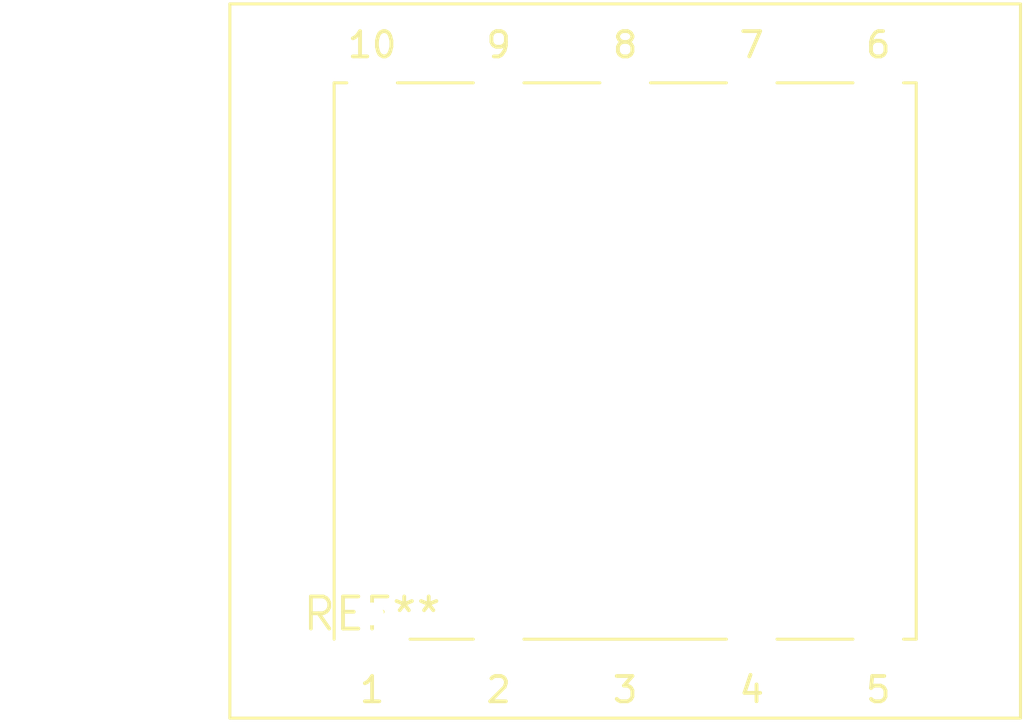
<source format=kicad_pcb>
(kicad_pcb (version 20240108) (generator pcbnew)
  (layers (0 "F.Cu" signal) (31 "B.Cu" signal) (34 "B.Paste" user) (35 "F.Paste" user) (36 "B.SilkS" user "B.Silkscreen") (37 "F.SilkS" user "F.Silkscreen") (38 "B.Mask" user) (39 "F.Mask" user) (44 "Edge.Cuts" user))
  (net 0 "")
  (footprint "Transformer_Breve_TEZ-28x33" (layer "F.Cu") (at 0 0)
    (property "Reference" "REF**")
    (property "Value" "Transformer_Breve_TEZ-28x33")
    (fp_line (start -5.62 -24.12) (end -5.62 4.12) (layer "F.SilkS") (stroke (width 0.12)))
    (fp_line (start -5.62 -24.12) (end 25.62 -24.12) (layer "F.SilkS") (stroke (width 0.12)))
    (fp_line (start -1.5 -21) (end -1.5 1) (layer "F.SilkS") (stroke (width 0.12)))
    (fp_line (start -1 -21) (end -1.5 -21) (layer "F.SilkS") (stroke (width 0.12)))
    (fp_line (start 1.5 1) (end 4 1) (layer "F.SilkS") (stroke (width 0.12)))
    (fp_line (start 4 -21) (end 1 -21) (layer "F.SilkS") (stroke (width 0.12)))
    (fp_line (start 6 1) (end 14 1) (layer "F.SilkS") (stroke (width 0.12)))
    (fp_line (start 9 -21) (end 6 -21) (layer "F.SilkS") (stroke (width 0.12)))
    (fp_line (start 14 -21) (end 11 -21) (layer "F.SilkS") (stroke (width 0.12)))
    (fp_line (start 16 1) (end 19 1) (layer "F.SilkS") (stroke (width 0.12)))
    (fp_line (start 19 -21) (end 16 -21) (layer "F.SilkS") (stroke (width 0.12)))
    (fp_line (start 21 1) (end 21.5 1) (layer "F.SilkS") (stroke (width 0.12)))
    (fp_line (start 21.5 -21) (end 21 -21) (layer "F.SilkS") (stroke (width 0.12)))
    (fp_line (start 21.5 1) (end 21.5 -21) (layer "F.SilkS") (stroke (width 0.12)))
    (fp_line (start 25.62 4.12) (end -5.62 4.12) (layer "F.SilkS") (stroke (width 0.12)))
    (fp_line (start 25.62 4.12) (end 25.62 -24.12) (layer "F.SilkS") (stroke (width 0.12)))
    (fp_text user "8" (at 10 -22.5 0) (layer "F.SilkS"))
    (fp_text user "2" (at 5 3 0) (layer "F.SilkS"))
    (fp_text user "10" (at 0 -22.5 0) (layer "F.SilkS"))
    (fp_text user "3" (at 10 3 0) (layer "F.SilkS"))
    (fp_text user "9" (at 5 -22.5 0) (layer "F.SilkS"))
    (fp_text user "6" (at 20 -22.5 0) (layer "F.SilkS"))
    (fp_text user "1" (at 0 3 0) (layer "F.SilkS"))
    (fp_text user "5" (at 20 3 0) (layer "F.SilkS"))
    (fp_text user "7" (at 15 -22.5 0) (layer "F.SilkS"))
    (fp_text user "4" (at 15 3 0) (layer "F.SilkS"))
    (pad "1" thru_hole rect (at 0 0) (size 2 2) (drill 0.9) (layers *.Cu *.Mask) (remove_unused_layers))
    (pad "2" thru_hole circle (at 5 0) (size 2 2) (drill 0.9) (layers *.Cu *.Mask) (remove_unused_layers))
    (pad "4" thru_hole circle (at 15 0) (size 2 2) (drill 0.9) (layers *.Cu *.Mask) (remove_unused_layers))
    (pad "5" thru_hole circle (at 20 0) (size 2 2) (drill 0.9) (layers *.Cu *.Mask) (remove_unused_layers))
    (pad "6" thru_hole circle (at 20 -20) (size 2 2) (drill 0.9) (layers *.Cu *.Mask) (remove_unused_layers))
    (pad "7" thru_hole circle (at 15 -20) (size 2 2) (drill 0.9) (layers *.Cu *.Mask) (remove_unused_layers))
    (pad "8" thru_hole circle (at 10 -20) (size 2 2) (drill 0.9) (layers *.Cu *.Mask) (remove_unused_layers))
    (pad "9" thru_hole circle (at 5 -20) (size 2 2) (drill 0.9) (layers *.Cu *.Mask) (remove_unused_layers))
    (pad "10" thru_hole circle (at 0 -20) (size 2 2) (drill 0.9) (layers *.Cu *.Mask) (remove_unused_layers))
  )
)
</source>
